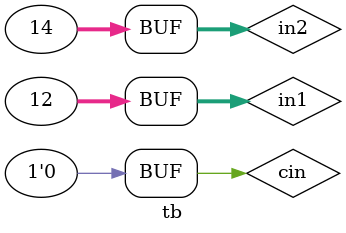
<source format=v>
module FA_dataflow (Cout, Sum,In1,In2,Cin);   
input [31:0]In1,In2;   
input Cin;   
output Cout;   
output [31:0]Sum;     
assign {Cout,Sum}=In1+In2+Cin; 
endmodule

module tb;
reg [31:0]in1,in2;
reg cin;
wire cout;
wire [31:0]sum;
FA_dataflow f1(cout,sum,in1,in2,cin);

initial
begin
$monitor(,$time,"in1 = %b  in2=%b out=%b cin=%b cout = %b",in1,in2,sum,cin,cout);
#0  in1 = 32'd1;//decimal 1
	in2 = 32'd3;
	cin = 1'b0;
#10 in1 = in1+32'd9;
	in2 = in2+32'd9;
#10 in1= in1+32'd2;
	in2= in2+32'd2;
end

endmodule
</source>
